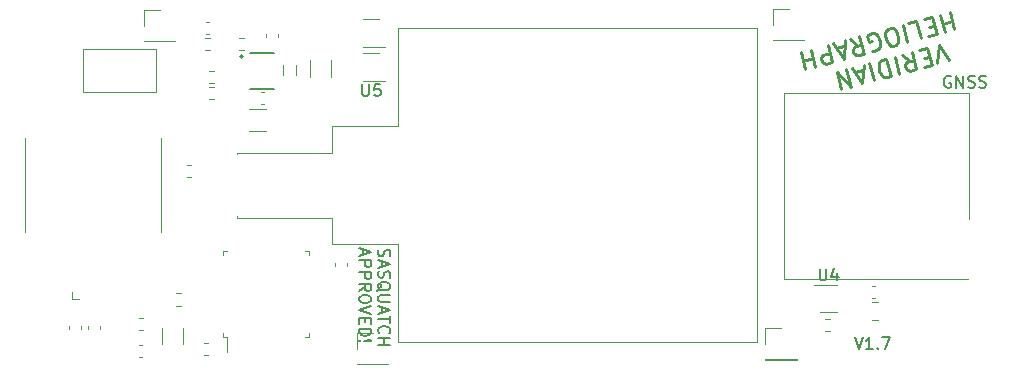
<source format=gbr>
%TF.GenerationSoftware,KiCad,Pcbnew,(6.0.6)*%
%TF.CreationDate,2022-11-03T14:15:42-06:00*%
%TF.ProjectId,SolarGPS,536f6c61-7247-4505-932e-6b696361645f,rev?*%
%TF.SameCoordinates,Original*%
%TF.FileFunction,Legend,Top*%
%TF.FilePolarity,Positive*%
%FSLAX46Y46*%
G04 Gerber Fmt 4.6, Leading zero omitted, Abs format (unit mm)*
G04 Created by KiCad (PCBNEW (6.0.6)) date 2022-11-03 14:15:42*
%MOMM*%
%LPD*%
G01*
G04 APERTURE LIST*
%ADD10C,0.150000*%
%ADD11C,0.250000*%
%ADD12C,0.180000*%
%ADD13C,0.120000*%
%ADD14C,0.127000*%
%ADD15C,0.200000*%
G04 APERTURE END LIST*
D10*
X118276190Y-77877380D02*
X118609523Y-78877380D01*
X118942857Y-77877380D01*
X119800000Y-78877380D02*
X119228571Y-78877380D01*
X119514285Y-78877380D02*
X119514285Y-77877380D01*
X119419047Y-78020238D01*
X119323809Y-78115476D01*
X119228571Y-78163095D01*
X120228571Y-78782142D02*
X120276190Y-78829761D01*
X120228571Y-78877380D01*
X120180952Y-78829761D01*
X120228571Y-78782142D01*
X120228571Y-78877380D01*
X120609523Y-77877380D02*
X121276190Y-77877380D01*
X120847619Y-78877380D01*
D11*
X126234225Y-54439019D02*
X125363033Y-53119540D01*
X125268299Y-54697838D01*
X124600465Y-54137301D02*
X124117502Y-54266711D01*
X123707161Y-53563230D02*
X124397108Y-53378359D01*
X124785336Y-54827248D01*
X124095389Y-55012119D01*
X122258272Y-53951459D02*
X122926105Y-54511996D01*
X123086208Y-53729614D02*
X123474437Y-55178502D01*
X122922479Y-55326399D01*
X122766003Y-55294378D01*
X122678521Y-55243871D01*
X122572552Y-55124369D01*
X122517091Y-54917384D01*
X122549111Y-54760908D01*
X122599619Y-54673426D01*
X122719121Y-54567457D01*
X123271079Y-54419561D01*
X121637319Y-54117842D02*
X122025548Y-55566731D01*
X120947372Y-54302713D02*
X121335601Y-55751602D01*
X120990628Y-55844037D01*
X120765156Y-55830504D01*
X120590193Y-55729488D01*
X120484224Y-55609986D01*
X120341281Y-55352494D01*
X120285820Y-55145510D01*
X120280866Y-54851044D01*
X120312887Y-54694568D01*
X120413902Y-54519604D01*
X120602399Y-54395148D01*
X120947372Y-54302713D01*
X119498484Y-54690942D02*
X119886712Y-56139830D01*
X118988454Y-55271293D02*
X118298507Y-55456164D01*
X119015521Y-54820351D02*
X118920786Y-56398649D01*
X118049595Y-55079170D01*
X117566632Y-55208580D02*
X117954861Y-56657468D01*
X116738696Y-55430425D01*
X117126924Y-56879313D01*
X126324864Y-50361627D02*
X126713092Y-51810515D01*
X126528221Y-51120568D02*
X125700285Y-51342413D01*
X125496927Y-50583471D02*
X125885156Y-52032360D01*
X125010338Y-51527284D02*
X124527375Y-51656693D01*
X124117033Y-50953213D02*
X124806980Y-50768342D01*
X125195209Y-52217231D01*
X124505262Y-52402102D01*
X122806134Y-51304467D02*
X123496081Y-51119597D01*
X123884309Y-52568485D01*
X122323171Y-51433877D02*
X122711399Y-52882766D01*
X121745474Y-53141585D02*
X121469495Y-53215533D01*
X121313018Y-53183512D01*
X121138055Y-53082497D01*
X120995112Y-52825005D01*
X120865702Y-52342042D01*
X120860749Y-52047577D01*
X120961764Y-51872613D01*
X121081266Y-51766644D01*
X121357245Y-51692696D01*
X121513721Y-51724716D01*
X121688685Y-51825732D01*
X121831628Y-52083223D01*
X121961038Y-52566186D01*
X121965991Y-52860652D01*
X121864976Y-53035616D01*
X121745474Y-53141585D01*
X119726140Y-53608715D02*
X119882617Y-53640736D01*
X120089601Y-53585274D01*
X120278098Y-53460818D01*
X120379113Y-53285855D01*
X120411134Y-53129378D01*
X120406180Y-52834913D01*
X120350719Y-52627928D01*
X120207776Y-52370437D01*
X120101807Y-52250934D01*
X119926843Y-52149919D01*
X119701372Y-52136386D01*
X119563383Y-52173360D01*
X119374886Y-52297816D01*
X119324378Y-52385298D01*
X119453788Y-52868260D01*
X119729766Y-52794312D01*
X117838515Y-52635537D02*
X118506349Y-53196074D01*
X118666452Y-52413692D02*
X119054680Y-53862581D01*
X118502723Y-54010477D01*
X118346246Y-53978457D01*
X118258764Y-53927949D01*
X118152795Y-53808447D01*
X118097334Y-53601463D01*
X118129355Y-53444986D01*
X118179862Y-53357504D01*
X118299365Y-53251535D01*
X118851322Y-53103639D01*
X117397480Y-53197401D02*
X116707533Y-53382272D01*
X117424547Y-52746459D02*
X117329813Y-54324757D01*
X116458621Y-53005278D01*
X115975658Y-53134688D02*
X116363887Y-54583576D01*
X115811929Y-54731473D01*
X115655453Y-54699452D01*
X115567971Y-54648945D01*
X115462002Y-54529443D01*
X115406541Y-54322458D01*
X115438561Y-54165982D01*
X115489069Y-54078500D01*
X115608571Y-53972531D01*
X116160529Y-53824635D01*
X114526769Y-53522916D02*
X114914998Y-54971805D01*
X114730127Y-54281858D02*
X113902191Y-54503703D01*
X113698833Y-53744761D02*
X114087062Y-55193650D01*
D10*
X77975238Y-70462976D02*
X77927619Y-70605833D01*
X77927619Y-70843928D01*
X77975238Y-70939166D01*
X78022857Y-70986785D01*
X78118095Y-71034404D01*
X78213333Y-71034404D01*
X78308571Y-70986785D01*
X78356190Y-70939166D01*
X78403809Y-70843928D01*
X78451428Y-70653452D01*
X78499047Y-70558214D01*
X78546666Y-70510595D01*
X78641904Y-70462976D01*
X78737142Y-70462976D01*
X78832380Y-70510595D01*
X78880000Y-70558214D01*
X78927619Y-70653452D01*
X78927619Y-70891547D01*
X78880000Y-71034404D01*
X78213333Y-71415357D02*
X78213333Y-71891547D01*
X77927619Y-71320119D02*
X78927619Y-71653452D01*
X77927619Y-71986785D01*
X77975238Y-72272500D02*
X77927619Y-72415357D01*
X77927619Y-72653452D01*
X77975238Y-72748690D01*
X78022857Y-72796309D01*
X78118095Y-72843928D01*
X78213333Y-72843928D01*
X78308571Y-72796309D01*
X78356190Y-72748690D01*
X78403809Y-72653452D01*
X78451428Y-72462976D01*
X78499047Y-72367738D01*
X78546666Y-72320119D01*
X78641904Y-72272500D01*
X78737142Y-72272500D01*
X78832380Y-72320119D01*
X78880000Y-72367738D01*
X78927619Y-72462976D01*
X78927619Y-72701071D01*
X78880000Y-72843928D01*
X77832380Y-73939166D02*
X77880000Y-73843928D01*
X77975238Y-73748690D01*
X78118095Y-73605833D01*
X78165714Y-73510595D01*
X78165714Y-73415357D01*
X77927619Y-73462976D02*
X77975238Y-73367738D01*
X78070476Y-73272500D01*
X78260952Y-73224880D01*
X78594285Y-73224880D01*
X78784761Y-73272500D01*
X78880000Y-73367738D01*
X78927619Y-73462976D01*
X78927619Y-73653452D01*
X78880000Y-73748690D01*
X78784761Y-73843928D01*
X78594285Y-73891547D01*
X78260952Y-73891547D01*
X78070476Y-73843928D01*
X77975238Y-73748690D01*
X77927619Y-73653452D01*
X77927619Y-73462976D01*
X78927619Y-74320119D02*
X78118095Y-74320119D01*
X78022857Y-74367738D01*
X77975238Y-74415357D01*
X77927619Y-74510595D01*
X77927619Y-74701071D01*
X77975238Y-74796309D01*
X78022857Y-74843928D01*
X78118095Y-74891547D01*
X78927619Y-74891547D01*
X78213333Y-75320119D02*
X78213333Y-75796309D01*
X77927619Y-75224880D02*
X78927619Y-75558214D01*
X77927619Y-75891547D01*
X78927619Y-76082023D02*
X78927619Y-76653452D01*
X77927619Y-76367738D02*
X78927619Y-76367738D01*
X78022857Y-77558214D02*
X77975238Y-77510595D01*
X77927619Y-77367738D01*
X77927619Y-77272500D01*
X77975238Y-77129642D01*
X78070476Y-77034404D01*
X78165714Y-76986785D01*
X78356190Y-76939166D01*
X78499047Y-76939166D01*
X78689523Y-76986785D01*
X78784761Y-77034404D01*
X78880000Y-77129642D01*
X78927619Y-77272500D01*
X78927619Y-77367738D01*
X78880000Y-77510595D01*
X78832380Y-77558214D01*
X77927619Y-77986785D02*
X78927619Y-77986785D01*
X78451428Y-77986785D02*
X78451428Y-78558214D01*
X77927619Y-78558214D02*
X78927619Y-78558214D01*
X76603333Y-70462976D02*
X76603333Y-70939166D01*
X76317619Y-70367738D02*
X77317619Y-70701071D01*
X76317619Y-71034404D01*
X76317619Y-71367738D02*
X77317619Y-71367738D01*
X77317619Y-71748690D01*
X77270000Y-71843928D01*
X77222380Y-71891547D01*
X77127142Y-71939166D01*
X76984285Y-71939166D01*
X76889047Y-71891547D01*
X76841428Y-71843928D01*
X76793809Y-71748690D01*
X76793809Y-71367738D01*
X76317619Y-72367738D02*
X77317619Y-72367738D01*
X77317619Y-72748690D01*
X77270000Y-72843928D01*
X77222380Y-72891547D01*
X77127142Y-72939166D01*
X76984285Y-72939166D01*
X76889047Y-72891547D01*
X76841428Y-72843928D01*
X76793809Y-72748690D01*
X76793809Y-72367738D01*
X76317619Y-73939166D02*
X76793809Y-73605833D01*
X76317619Y-73367738D02*
X77317619Y-73367738D01*
X77317619Y-73748690D01*
X77270000Y-73843928D01*
X77222380Y-73891547D01*
X77127142Y-73939166D01*
X76984285Y-73939166D01*
X76889047Y-73891547D01*
X76841428Y-73843928D01*
X76793809Y-73748690D01*
X76793809Y-73367738D01*
X77317619Y-74558214D02*
X77317619Y-74748690D01*
X77270000Y-74843928D01*
X77174761Y-74939166D01*
X76984285Y-74986785D01*
X76650952Y-74986785D01*
X76460476Y-74939166D01*
X76365238Y-74843928D01*
X76317619Y-74748690D01*
X76317619Y-74558214D01*
X76365238Y-74462976D01*
X76460476Y-74367738D01*
X76650952Y-74320119D01*
X76984285Y-74320119D01*
X77174761Y-74367738D01*
X77270000Y-74462976D01*
X77317619Y-74558214D01*
X77317619Y-75272500D02*
X76317619Y-75605833D01*
X77317619Y-75939166D01*
X76841428Y-76272500D02*
X76841428Y-76605833D01*
X76317619Y-76748690D02*
X76317619Y-76272500D01*
X77317619Y-76272500D01*
X77317619Y-76748690D01*
X76317619Y-77177261D02*
X77317619Y-77177261D01*
X77317619Y-77415357D01*
X77270000Y-77558214D01*
X77174761Y-77653452D01*
X77079523Y-77701071D01*
X76889047Y-77748690D01*
X76746190Y-77748690D01*
X76555714Y-77701071D01*
X76460476Y-77653452D01*
X76365238Y-77558214D01*
X76317619Y-77415357D01*
X76317619Y-77177261D01*
X76412857Y-78177261D02*
X76365238Y-78224880D01*
X76317619Y-78177261D01*
X76365238Y-78129642D01*
X76412857Y-78177261D01*
X76317619Y-78177261D01*
X76698571Y-78177261D02*
X77270000Y-78129642D01*
X77317619Y-78177261D01*
X77270000Y-78224880D01*
X76698571Y-78177261D01*
X77317619Y-78177261D01*
D12*
X126385714Y-55800000D02*
X126290476Y-55752380D01*
X126147619Y-55752380D01*
X126004761Y-55800000D01*
X125909523Y-55895238D01*
X125861904Y-55990476D01*
X125814285Y-56180952D01*
X125814285Y-56323809D01*
X125861904Y-56514285D01*
X125909523Y-56609523D01*
X126004761Y-56704761D01*
X126147619Y-56752380D01*
X126242857Y-56752380D01*
X126385714Y-56704761D01*
X126433333Y-56657142D01*
X126433333Y-56323809D01*
X126242857Y-56323809D01*
X126861904Y-56752380D02*
X126861904Y-55752380D01*
X127433333Y-56752380D01*
X127433333Y-55752380D01*
X127861904Y-56704761D02*
X128004761Y-56752380D01*
X128242857Y-56752380D01*
X128338095Y-56704761D01*
X128385714Y-56657142D01*
X128433333Y-56561904D01*
X128433333Y-56466666D01*
X128385714Y-56371428D01*
X128338095Y-56323809D01*
X128242857Y-56276190D01*
X128052380Y-56228571D01*
X127957142Y-56180952D01*
X127909523Y-56133333D01*
X127861904Y-56038095D01*
X127861904Y-55942857D01*
X127909523Y-55847619D01*
X127957142Y-55800000D01*
X128052380Y-55752380D01*
X128290476Y-55752380D01*
X128433333Y-55800000D01*
X128814285Y-56704761D02*
X128957142Y-56752380D01*
X129195238Y-56752380D01*
X129290476Y-56704761D01*
X129338095Y-56657142D01*
X129385714Y-56561904D01*
X129385714Y-56466666D01*
X129338095Y-56371428D01*
X129290476Y-56323809D01*
X129195238Y-56276190D01*
X129004761Y-56228571D01*
X128909523Y-56180952D01*
X128861904Y-56133333D01*
X128814285Y-56038095D01*
X128814285Y-55942857D01*
X128861904Y-55847619D01*
X128909523Y-55800000D01*
X129004761Y-55752380D01*
X129242857Y-55752380D01*
X129385714Y-55800000D01*
D10*
%TO.C,U5*%
X76563095Y-56452380D02*
X76563095Y-57261904D01*
X76610714Y-57357142D01*
X76658333Y-57404761D01*
X76753571Y-57452380D01*
X76944047Y-57452380D01*
X77039285Y-57404761D01*
X77086904Y-57357142D01*
X77134523Y-57261904D01*
X77134523Y-56452380D01*
X78086904Y-56452380D02*
X77610714Y-56452380D01*
X77563095Y-56928571D01*
X77610714Y-56880952D01*
X77705952Y-56833333D01*
X77944047Y-56833333D01*
X78039285Y-56880952D01*
X78086904Y-56928571D01*
X78134523Y-57023809D01*
X78134523Y-57261904D01*
X78086904Y-57357142D01*
X78039285Y-57404761D01*
X77944047Y-57452380D01*
X77705952Y-57452380D01*
X77610714Y-57404761D01*
X77563095Y-57357142D01*
%TO.C,U4*%
X115288095Y-72077380D02*
X115288095Y-72886904D01*
X115335714Y-72982142D01*
X115383333Y-73029761D01*
X115478571Y-73077380D01*
X115669047Y-73077380D01*
X115764285Y-73029761D01*
X115811904Y-72982142D01*
X115859523Y-72886904D01*
X115859523Y-72077380D01*
X116764285Y-72410714D02*
X116764285Y-73077380D01*
X116526190Y-72029761D02*
X116288095Y-72744047D01*
X116907142Y-72744047D01*
D13*
%TO.C,U6*%
X78025000Y-50965000D02*
X76625000Y-50965000D01*
X76625000Y-53285000D02*
X78525000Y-53285000D01*
%TO.C,U5*%
X78025000Y-53840000D02*
X76625000Y-53840000D01*
X76625000Y-56160000D02*
X78525000Y-56160000D01*
%TO.C,U4*%
X115350000Y-75785000D02*
X116750000Y-75785000D01*
X116750000Y-73465000D02*
X114850000Y-73465000D01*
%TO.C,C5*%
X120211252Y-74940000D02*
X119688748Y-74940000D01*
X120211252Y-76410000D02*
X119688748Y-76410000D01*
%TO.C,J7*%
X48000000Y-69000000D02*
X48000000Y-61000000D01*
X59500000Y-61000000D02*
X59500000Y-69000000D01*
%TO.C,J6*%
X52630000Y-74670000D02*
X51995000Y-74670000D01*
X51995000Y-74670000D02*
X51995000Y-74035000D01*
%TO.C,C6*%
X69410000Y-52169420D02*
X69410000Y-52450580D01*
X68390000Y-52169420D02*
X68390000Y-52450580D01*
%TO.C,R3*%
X63707258Y-52517500D02*
X63232742Y-52517500D01*
X63707258Y-53562500D02*
X63232742Y-53562500D01*
%TO.C,C13*%
X57915580Y-79535000D02*
X57634420Y-79535000D01*
X57915580Y-78515000D02*
X57634420Y-78515000D01*
%TO.C,J1*%
X79630000Y-51700000D02*
X110000000Y-51700000D01*
X74000000Y-67750000D02*
X66000000Y-67750000D01*
X66000000Y-62250000D02*
X74000000Y-62250000D01*
X66000000Y-62250000D02*
X66000000Y-62400000D01*
X79630000Y-60000000D02*
X79630000Y-51700000D01*
X66000000Y-67750000D02*
X66000000Y-67600000D01*
X79630000Y-70000000D02*
X74000000Y-70000000D01*
X74000000Y-60000000D02*
X79630000Y-60000000D01*
X74000000Y-62250000D02*
X74000000Y-60000000D01*
X79630000Y-78300000D02*
X79630000Y-70000000D01*
X110000000Y-51700000D02*
X110000000Y-78300000D01*
X74000000Y-70000000D02*
X74000000Y-67750000D01*
X110000000Y-78300000D02*
X79630000Y-78300000D01*
%TO.C,SW1*%
X59085000Y-53450000D02*
X59085000Y-57150000D01*
X52965000Y-53450000D02*
X59085000Y-53450000D01*
X59085000Y-57150000D02*
X52965000Y-57150000D01*
X52965000Y-57150000D02*
X52965000Y-53450000D01*
%TO.C,C14*%
X63490580Y-79410000D02*
X63209420Y-79410000D01*
X63490580Y-78390000D02*
X63209420Y-78390000D01*
%TO.C,C2*%
X53340000Y-76909420D02*
X53340000Y-77190580D01*
X54360000Y-76909420D02*
X54360000Y-77190580D01*
%TO.C,J3*%
X58095000Y-52770000D02*
X58095000Y-52830000D01*
X58095000Y-50170000D02*
X59425000Y-50170000D01*
X58095000Y-51500000D02*
X58095000Y-50170000D01*
X58095000Y-52770000D02*
X60755000Y-52770000D01*
X60755000Y-52770000D02*
X60755000Y-52830000D01*
X58095000Y-52830000D02*
X60755000Y-52830000D01*
%TO.C,R4*%
X115737742Y-77372500D02*
X116212258Y-77372500D01*
X115737742Y-76327500D02*
X116212258Y-76327500D01*
%TO.C,C7*%
X63339420Y-51190000D02*
X63620580Y-51190000D01*
X63339420Y-52210000D02*
X63620580Y-52210000D01*
%TO.C,C1*%
X119990580Y-74585000D02*
X119709420Y-74585000D01*
X119990580Y-73565000D02*
X119709420Y-73565000D01*
%TO.C,R2*%
X66597258Y-52517500D02*
X66122742Y-52517500D01*
X66597258Y-53562500D02*
X66122742Y-53562500D01*
%TO.C,L1*%
X70990000Y-54819758D02*
X70990000Y-55640242D01*
X69870000Y-54819758D02*
X69870000Y-55640242D01*
%TO.C,C19*%
X51715000Y-76934420D02*
X51715000Y-77215580D01*
X52735000Y-76934420D02*
X52735000Y-77215580D01*
%TO.C,J4*%
X110695000Y-77120000D02*
X112025000Y-77120000D01*
X110695000Y-78450000D02*
X110695000Y-77120000D01*
X110695000Y-79780000D02*
X113355000Y-79780000D01*
X113355000Y-79720000D02*
X113355000Y-79780000D01*
X110695000Y-79720000D02*
X113355000Y-79720000D01*
X110695000Y-79720000D02*
X110695000Y-79780000D01*
%TO.C,C3*%
X61759420Y-63290000D02*
X62040580Y-63290000D01*
X61759420Y-64310000D02*
X62040580Y-64310000D01*
%TO.C,U2*%
X127960000Y-57240000D02*
X112240000Y-57240000D01*
X127960000Y-67900000D02*
X127960000Y-57240000D01*
X112240000Y-72960000D02*
X112240000Y-57240000D01*
X127850000Y-72960000D02*
X112240000Y-72960000D01*
%TO.C,R6*%
X64037258Y-57722500D02*
X63562742Y-57722500D01*
X64037258Y-56677500D02*
X63562742Y-56677500D01*
%TO.C,U3*%
X64815000Y-70615000D02*
X65115000Y-70615000D01*
X72035000Y-77835000D02*
X71735000Y-77835000D01*
X72035000Y-70915000D02*
X72035000Y-70615000D01*
X65115000Y-77835000D02*
X65115000Y-79150000D01*
X72035000Y-70615000D02*
X71735000Y-70615000D01*
X64815000Y-77535000D02*
X64815000Y-77835000D01*
X64815000Y-77835000D02*
X65115000Y-77835000D01*
X64815000Y-70915000D02*
X64815000Y-70615000D01*
X72035000Y-77535000D02*
X72035000Y-77835000D01*
%TO.C,C10*%
X72115000Y-55861252D02*
X72115000Y-54438748D01*
X73935000Y-55861252D02*
X73935000Y-54438748D01*
%TO.C,C16*%
X75310000Y-71559420D02*
X75310000Y-71840580D01*
X74290000Y-71559420D02*
X74290000Y-71840580D01*
%TO.C,J5*%
X111345000Y-50095000D02*
X112675000Y-50095000D01*
X111345000Y-52755000D02*
X114005000Y-52755000D01*
X111345000Y-52695000D02*
X114005000Y-52695000D01*
X111345000Y-51425000D02*
X111345000Y-50095000D01*
X111345000Y-52695000D02*
X111345000Y-52755000D01*
X114005000Y-52695000D02*
X114005000Y-52755000D01*
%TO.C,C15*%
X57990580Y-76240000D02*
X57709420Y-76240000D01*
X57990580Y-77260000D02*
X57709420Y-77260000D01*
%TO.C,R7*%
X63562742Y-56382500D02*
X64037258Y-56382500D01*
X63562742Y-55337500D02*
X64037258Y-55337500D01*
%TO.C,Y1*%
X59650000Y-78425000D02*
X59650000Y-77075000D01*
X61400000Y-78425000D02*
X61400000Y-77075000D01*
%TO.C,J2*%
X76120000Y-80180000D02*
X78780000Y-80180000D01*
X78780000Y-80120000D02*
X78780000Y-80180000D01*
X76120000Y-78850000D02*
X76120000Y-77520000D01*
X76120000Y-80120000D02*
X78780000Y-80120000D01*
X76120000Y-80120000D02*
X76120000Y-80180000D01*
X76120000Y-77520000D02*
X77450000Y-77520000D01*
%TO.C,C9*%
X66988748Y-58580000D02*
X68411252Y-58580000D01*
X66988748Y-60400000D02*
X68411252Y-60400000D01*
%TO.C,C8*%
X67969420Y-57140000D02*
X68250580Y-57140000D01*
X67969420Y-58160000D02*
X68250580Y-58160000D01*
%TO.C,R1*%
X61237258Y-75197500D02*
X60762742Y-75197500D01*
X61237258Y-74152500D02*
X60762742Y-74152500D01*
D14*
%TO.C,U1*%
X67100000Y-56860000D02*
X69100000Y-56860000D01*
X67100000Y-53860000D02*
X69100000Y-53860000D01*
D15*
X66450000Y-54110000D02*
G75*
G03*
X66450000Y-54110000I-100000J0D01*
G01*
%TD*%
M02*

</source>
